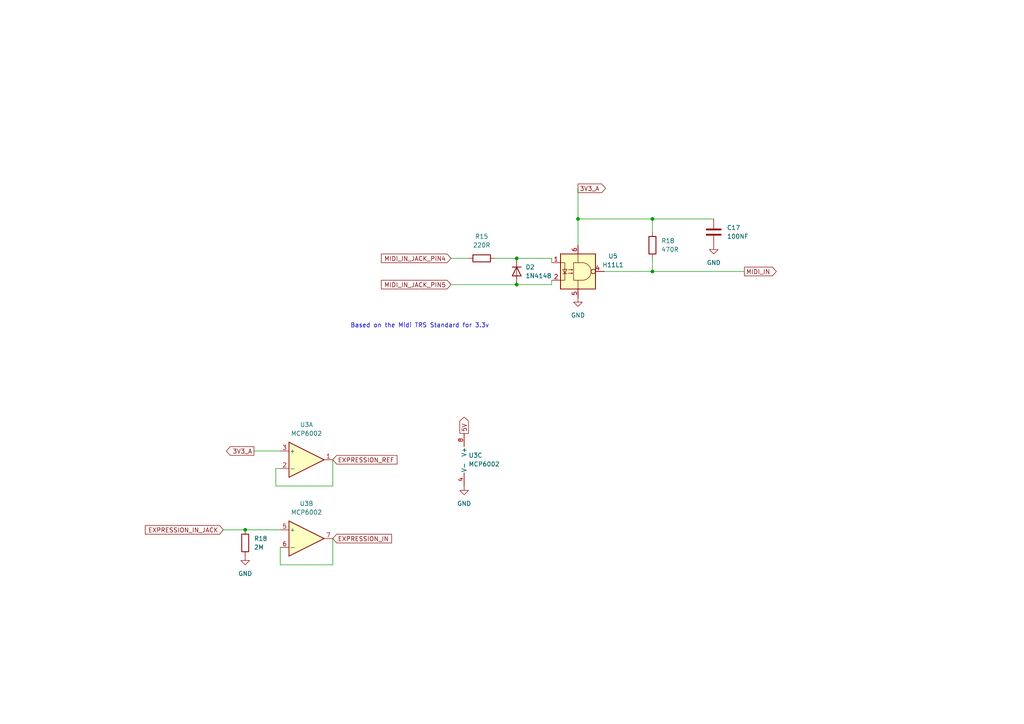
<source format=kicad_sch>
(kicad_sch (version 20230121) (generator eeschema)
  (paper "A4")
  (lib_symbols
    (symbol "Amplifier_Operational:MCP6002-xP" (pin_names (offset 0.127))
      (property "Reference" "U" (at 0 5.08 0))
      (property "Value" "MCP6002-xP" (at 0 -5.08 0))
      (symbol "MCP6002-xP_1_1"
        (polyline (pts (xy -5.08 5.08) (xy 5.08 0) (xy -5.08 -5.08) (xy -5.08 5.08)) (stroke (width 0.254)) (fill (type background)))
        (pin output line (at 7.62 0 180) (length 2.54) (name "~") (number "1"))
        (pin input line (at -7.62 -2.54 0) (length 2.54) (name "-") (number "2"))
        (pin input line (at -7.62 2.54 0) (length 2.54) (name "+") (number "3"))
      )
      (symbol "MCP6002-xP_2_1"
        (polyline (pts (xy -5.08 5.08) (xy 5.08 0) (xy -5.08 -5.08) (xy -5.08 5.08)) (stroke (width 0.254)) (fill (type background)))
        (pin input line (at -7.62 2.54 0) (length 2.54) (name "+") (number "5"))
        (pin input line (at -7.62 -2.54 0) (length 2.54) (name "-") (number "6"))
        (pin output line (at 7.62 0 180) (length 2.54) (name "~") (number "7"))
      )
      (symbol "MCP6002-xP_3_1"
        (pin power_in line (at -2.54 -7.62 90) (length 3.81) (name "V-") (number "4"))
        (pin power_in line (at -2.54 7.62 270) (length 3.81) (name "V+") (number "8"))
      )
    )
    (symbol "Device:C" (pin_numbers hide) (pin_names (offset 0.254))
      (property "Reference" "C" (at 0.635 2.54 0))
      (property "Value" "C" (at 0.635 -2.54 0))
      (symbol "C_0_1"
        (polyline (pts (xy -2.032 -0.762) (xy 2.032 -0.762)) (stroke (width 0.508)))
        (polyline (pts (xy -2.032 0.762) (xy 2.032 0.762)) (stroke (width 0.508)))
      )
      (symbol "C_1_1"
        (pin passive line (at 0 3.81 270) (length 2.794) (name "~") (number "1"))
        (pin passive line (at 0 -3.81 90) (length 2.794) (name "~") (number "2"))
      )
    )
    (symbol "Device:R" (pin_numbers hide) (pin_names (offset 0))
      (property "Reference" "R" (at 2.032 0 90))
      (property "Value" "R" (at 0 0 90))
      (symbol "R_0_1"
        (rectangle (start -1.016 -2.54) (end 1.016 2.54) (stroke (width 0.254)))
      )
      (symbol "R_1_1"
        (pin passive line (at 0 3.81 270) (length 1.27) (name "~") (number "1"))
        (pin passive line (at 0 -3.81 90) (length 1.27) (name "~") (number "2"))
      )
    )
    (symbol "Diode:1N4148" (pin_numbers hide) (pin_names hide)
      (property "Reference" "D" (at 0 2.54 0))
      (property "Value" "1N4148" (at 0 -2.54 0))
      (symbol "1N4148_0_1"
        (polyline (pts (xy -1.27 1.27) (xy -1.27 -1.27)) (stroke (width 0.254)))
        (polyline (pts (xy 1.27 0) (xy -1.27 0)))
        (polyline (pts (xy 1.27 1.27) (xy 1.27 -1.27) (xy -1.27 0) (xy 1.27 1.27)) (stroke (width 0.254)))
      )
      (symbol "1N4148_1_1"
        (pin passive line (at -3.81 0 0) (length 2.54) (name "K") (number "1"))
        (pin passive line (at 3.81 0 180) (length 2.54) (name "A") (number "2"))
      )
    )
    (symbol "Isolator:H11L1" (pin_names (offset 1.016))
      (property "Reference" "U" (at 1.27 8.89 0))
      (property "Value" "H11L1" (at 1.27 6.35 0))
      (symbol "H11L1_0_1"
        (rectangle (start -5.08 5.08) (end 5.08 -5.08) (stroke (width 0.254)) (fill (type background)))
        (polyline (pts (xy -4.445 -0.635) (xy -3.175 -0.635)))
        (polyline (pts (xy 0 2.54) (xy 0 5.08)))
        (polyline (pts (xy 0 -2.54) (xy 0 -5.08) (xy 0 -3.81)))
        (polyline (pts (xy -5.08 -2.54) (xy -3.81 -2.54) (xy -3.81 2.54) (xy -5.08 2.54)))
        (polyline (pts (xy -3.81 -0.635) (xy -4.445 0.635) (xy -3.175 0.635) (xy -3.81 -0.635)))
        (polyline (pts (xy 1.27 -2.54) (xy -1.27 -2.54) (xy -1.27 2.54) (xy 1.27 2.54)))
        (polyline (pts (xy -2.794 -0.508) (xy -1.524 -0.508) (xy -1.905 -0.635) (xy -1.905 -0.381) (xy -1.524 -0.508)))
        (polyline (pts (xy -2.794 0.508) (xy -1.524 0.508) (xy -1.905 0.381) (xy -1.905 0.635) (xy -1.524 0.508)))
        (arc (start 1.27 -2.54) (mid 3.799 0) (end 1.27 2.54))
      )
      (symbol "H11L1_1_1"
        (pin passive line (at -7.62 2.54 0) (length 2.54) (name "~") (number "1"))
        (pin passive line (at -7.62 -2.54 0) (length 2.54) (name "~") (number "2"))
        (pin no_connect line (at -5.08 0 0) (length 2.54) hide (name "~") (number "3"))
        (pin output inverted (at 7.62 0 180) (length 3.81) (name "~") (number "4"))
        (pin power_in line (at 0 -7.62 90) (length 2.54) (name "~") (number "5"))
        (pin power_in line (at 0 7.62 270) (length 2.54) (name "~") (number "6"))
      )
    )
    (symbol "power:GND" (power) (pin_names (offset 0))
      (property "Value" "GND" (at 0 -3.81 0))
      (symbol "GND_0_1"
        (polyline (pts (xy 0 0) (xy 0 -1.27) (xy 1.27 -1.27) (xy 0 -2.54) (xy -1.27 -1.27) (xy 0 -1.27)))
      )
      (symbol "GND_1_1"
        (pin power_in line (at 0 0 270) (length 0) hide (name "GND") (number "1"))
      )
    )
  )
  (junction (at 189.23 63.5))
  (junction (at 149.86 82.55))
  (junction (at 149.86 74.93))
  (junction (at 71.12 153.67))
  (junction (at 189.23 78.74))
  (junction (at 167.64 63.5))
  (wire (pts (xy 189.23 63.5) (xy 207.01 63.5)))
  (wire (pts (xy 73.66 130.81) (xy 81.28 130.81)))
  (wire (pts (xy 81.28 135.89) (xy 80.01 135.89)))
  (wire (pts (xy 81.28 158.75) (xy 81.28 163.83)))
  (wire (pts (xy 189.23 63.5) (xy 189.23 67.31)))
  (wire (pts (xy 167.64 54.61) (xy 167.64 63.5)))
  (wire (pts (xy 189.23 74.93) (xy 189.23 78.74)))
  (wire (pts (xy 160.02 74.93) (xy 160.02 76.2)))
  (wire (pts (xy 143.51 74.93) (xy 149.86 74.93)))
  (wire (pts (xy 149.86 82.55) (xy 160.02 82.55)))
  (wire (pts (xy 167.64 63.5) (xy 189.23 63.5)))
  (wire (pts (xy 130.81 82.55) (xy 149.86 82.55)))
  (wire (pts (xy 71.12 153.67) (xy 81.28 153.67)))
  (wire (pts (xy 167.64 63.5) (xy 167.64 71.12)))
  (wire (pts (xy 189.23 78.74) (xy 215.9 78.74)))
  (wire (pts (xy 64.77 153.67) (xy 71.12 153.67)))
  (wire (pts (xy 96.52 163.83) (xy 96.52 156.21)))
  (wire (pts (xy 96.52 140.97) (xy 96.52 133.35)))
  (wire (pts (xy 149.86 74.93) (xy 160.02 74.93)))
  (wire (pts (xy 80.01 140.97) (xy 96.52 140.97)))
  (wire (pts (xy 80.01 135.89) (xy 80.01 140.97)))
  (wire (pts (xy 175.26 78.74) (xy 189.23 78.74)))
  (wire (pts (xy 81.28 163.83) (xy 96.52 163.83)))
  (wire (pts (xy 130.81 74.93) (xy 135.89 74.93)))
  (wire (pts (xy 160.02 81.28) (xy 160.02 82.55)))
  (text "Based on the Midi TRS Standard for 3.3v" (at 101.6 95.25 0) (effects (font (size 1.27 1.27)) (justify left bottom)))
  (global_label "3V3_A" (shape output) (at 73.66 130.81 180) (property "Intersheetrefs" "${INTERSHEET_REFS}" (effects hide)))
  (global_label "EXPRESSION_IN" (shape input) (at 96.52 156.21 0) (property "Intersheetrefs" "${INTERSHEET_REFS}" (effects hide)))
  (global_label "EXPRESSION_IN_JACK" (shape input) (at 64.77 153.67 180) (property "Intersheetrefs" "${INTERSHEET_REFS}" (effects hide)))
  (global_label "MIDI_IN_JACK_PIN5" (shape input) (at 130.81 82.55 180) (property "Intersheetrefs" "${INTERSHEET_REFS}" (effects hide)))
  (global_label "EXPRESSION_REF" (shape input) (at 96.52 133.35 0) (property "Intersheetrefs" "${INTERSHEET_REFS}" (effects hide)))
  (global_label "MIDI_IN_JACK_PIN4" (shape input) (at 130.81 74.93 180) (property "Intersheetrefs" "${INTERSHEET_REFS}" (effects hide)))
  (global_label "5V" (shape output) (at 134.62 125.73 90) (property "Intersheetrefs" "${INTERSHEET_REFS}" (effects hide)))
  (global_label "3V3_A" (shape output) (at 167.64 54.61 0) (property "Intersheetrefs" "${INTERSHEET_REFS}" (effects hide)))
  (global_label "MIDI_IN" (shape output) (at 215.9 78.74 0) (property "Intersheetrefs" "${INTERSHEET_REFS}" (effects hide)))
  (symbol (lib_id "Device:R") (at 139.7 74.93 90) (unit 1)
    (property "Reference" "R15" (at 139.7 68.58 90))
    (property "Value" "220R" (at 139.7 71.12 90))
    (property "Footprint" "Resistor_THT:R_Axial_DIN0207_L6.3mm_D2.5mm_P7.62mm_Horizontal" (effects hide))
    (instances (project "DaisySeedPedal1590b" (path "" (reference "R15") (unit 1))) (project "funbox_v3" (path "" (reference "R30") (unit 1))))
  )
  (symbol (lib_id "power:GND") (at 134.62 140.97 0) (unit 1)
    (property "Reference" "#PWR021" (effects hide))
    (property "Value" "GND" (at 134.62 146.05 0))
    (instances (project "DaisySeedPedal1590b" (path "" (reference "#PWR021") (unit 1))) (project "funbox_v3" (path "" (reference "#PWR041") (unit 1))))
  )
  (symbol (lib_id "Diode:1N4148") (at 149.86 78.74 270) (unit 1)
    (property "Reference" "D2" (at 152.4 77.4699 90) (effects (justify left)))
    (property "Value" "1N4148" (at 152.4 80.0099 90) (effects (justify left)))
    (property "Footprint" "Diode_THT:D_DO-35_SOD27_P7.62mm_Horizontal" (effects hide))
    (property "Datasheet" "https://assets.nexperia.com/documents/data-sheet/1N4148_1N4448.pdf" (effects hide))
  )
  (symbol (lib_id "Device:C") (at 207.01 67.31 0) (unit 1)
    (property "Reference" "C17" (at 210.82 66.04 0) (effects (justify left)))
    (property "Value" "100NF" (at 210.82 68.58 0) (effects (justify left)))
    (property "Footprint" "Capacitor_THT:C_Disc_D6.0mm_W2.5mm_P5.00mm" (effects hide))
    (instances (project "DaisySeedPedal1590b" (path "" (reference "C17") (unit 1))) (project "funbox_v3" (path "" (reference "C30") (unit 1))))
  )
  (symbol (lib_id "Amplifier_Operational:MCP6002-xP") (at 137.16 133.35 0) (unit 3)
    (property "Reference" "U3" (at 135.89 132.08 0) (effects (justify left)))
    (property "Value" "MCP6002" (at 135.89 134.62 0) (effects (justify left)))
    (property "Footprint" "Package_DIP:DIP-8_W7.62mm" (effects hide))
    (property "Datasheet" "http://ww1.microchip.com/downloads/en/DeviceDoc/21733j.pdf" (effects hide))
  )
  (symbol (lib_id "Device:R") (at 189.23 71.12 0) (unit 1)
    (property "Reference" "R18" (at 191.77 69.85 0) (effects (justify left)))
    (property "Value" "470R" (at 191.77 72.39 0) (effects (justify left)))
    (property "Footprint" "Resistor_THT:R_Axial_DIN0207_L6.3mm_D2.5mm_P7.62mm_Horizontal" (effects hide))
    (instances (project "DaisySeedPedal1590b" (path "" (reference "R18") (unit 1))) (project "funbox_v3" (path "" (reference "R31") (unit 1))))
  )
  (symbol (lib_id "power:GND") (at 167.64 86.36 0) (unit 1)
    (property "Reference" "#PWR023" (effects hide))
    (property "Value" "GND" (at 167.64 91.44 0))
    (instances (project "DaisySeedPedal1590b" (path "" (reference "#PWR023") (unit 1))) (project "funbox_v3" (path "" (reference "#PWR0104") (unit 1))))
  )
  (symbol (lib_id "power:GND") (at 207.01 71.12 0) (unit 1)
    (property "Reference" "#PWR021" (effects hide))
    (property "Value" "GND" (at 207.01 76.2 0))
    (instances (project "DaisySeedPedal1590b" (path "" (reference "#PWR021") (unit 1))) (project "funbox_v3" (path "" (reference "#PWR0103") (unit 1))))
  )
  (symbol (lib_id "Amplifier_Operational:MCP6002-xP") (at 88.9 133.35 0) (unit 1)
    (property "Reference" "U3" (at 88.9 123.19 0))
    (property "Value" "MCP6002" (at 88.9 125.73 0))
    (property "Footprint" "Package_DIP:DIP-8_W7.62mm" (effects hide))
    (property "Datasheet" "http://ww1.microchip.com/downloads/en/DeviceDoc/21733j.pdf" (effects hide))
  )
  (symbol (lib_id "Device:R") (at 71.12 157.48 0) (unit 1)
    (property "Reference" "R18" (at 73.66 156.21 0) (effects (justify left)))
    (property "Value" "2M" (at 73.66 158.75 0) (effects (justify left)))
    (property "Footprint" "Resistor_THT:R_Axial_DIN0207_L6.3mm_D2.5mm_P7.62mm_Horizontal" (effects hide))
    (instances (project "DaisySeedPedal1590b" (path "" (reference "R18") (unit 1))) (project "funbox_v3" (path "" (reference "R19") (unit 1))))
  )
  (symbol (lib_id "Isolator:H11L1") (at 167.64 78.74 0) (unit 1)
    (property "Reference" "U5" (at 177.8 74.295 0))
    (property "Value" "H11L1" (at 177.8 76.835 0))
    (property "Footprint" "Package_DIP:DIP-6_W7.62mm" (effects hide))
    (property "Datasheet" "https://www.onsemi.com/pub/Collateral/H11L3M-D.PDF" (effects hide))
  )
  (symbol (lib_id "power:GND") (at 71.12 161.29 0) (unit 1)
    (property "Reference" "#PWR021" (effects hide))
    (property "Value" "GND" (at 71.12 166.37 0))
    (instances (project "DaisySeedPedal1590b" (path "" (reference "#PWR021") (unit 1))) (project "funbox_v3" (path "" (reference "#PWR042") (unit 1))))
  )
  (symbol (lib_id "Amplifier_Operational:MCP6002-xP") (at 88.9 156.21 0) (unit 2)
    (property "Reference" "U3" (at 88.9 146.05 0))
    (property "Value" "MCP6002" (at 88.9 148.59 0))
    (property "Footprint" "Package_DIP:DIP-8_W7.62mm" (effects hide))
    (property "Datasheet" "http://ww1.microchip.com/downloads/en/DeviceDoc/21733j.pdf" (effects hide))
  )
)
</source>
